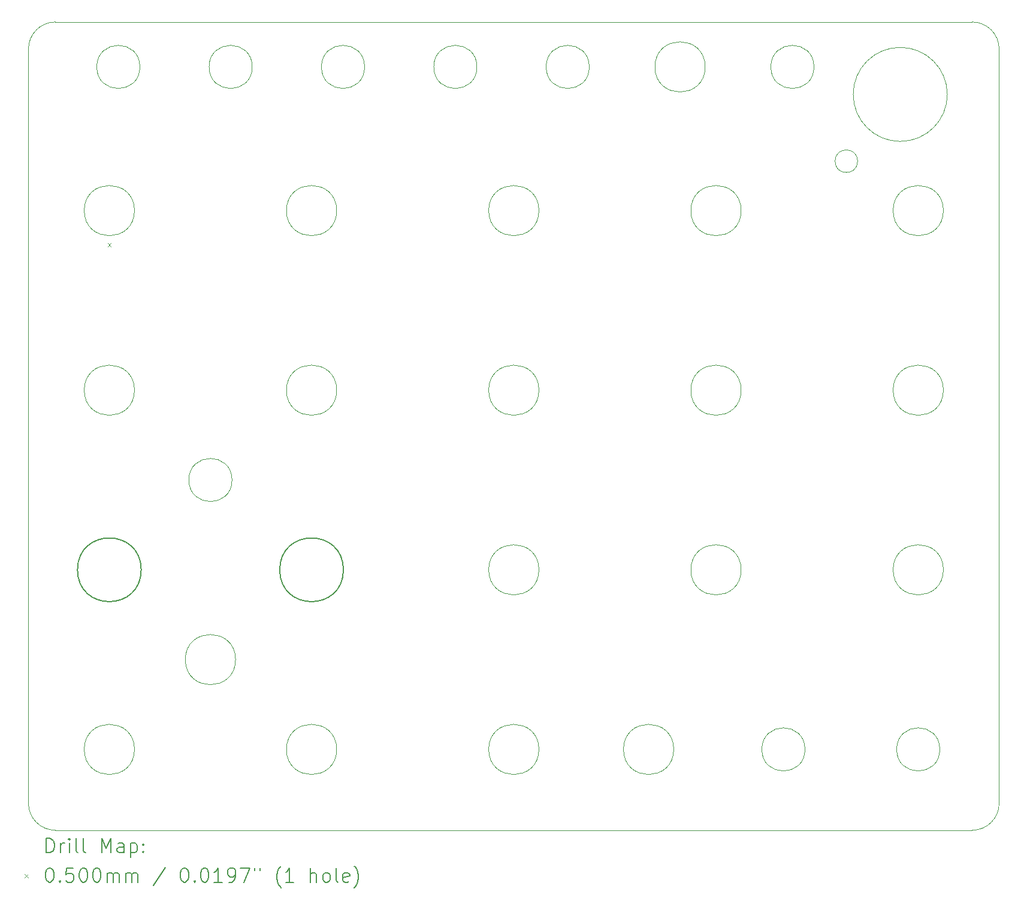
<source format=gbr>
%FSLAX45Y45*%
G04 Gerber Fmt 4.5, Leading zero omitted, Abs format (unit mm)*
G04 Created by KiCad (PCBNEW 6.0.5+dfsg-1~bpo11+1) date 2022-08-18 18:33:33*
%MOMM*%
%LPD*%
G01*
G04 APERTURE LIST*
%TA.AperFunction,Profile*%
%ADD10C,0.050000*%
%TD*%
%TA.AperFunction,Profile*%
%ADD11C,0.100000*%
%TD*%
%TA.AperFunction,Profile*%
%ADD12C,0.150000*%
%TD*%
%ADD13C,0.200000*%
%ADD14C,0.050000*%
G04 APERTURE END LIST*
D10*
X8737000Y-8128000D02*
G75*
G03*
X8737000Y-8128000I-355000J0D01*
G01*
X11594500Y-13208000D02*
G75*
G03*
X11594500Y-13208000I-355000J0D01*
G01*
X20167000Y-5588000D02*
G75*
G03*
X20167000Y-5588000I-355000J0D01*
G01*
X20223000Y-3944620D02*
G75*
G03*
X20223000Y-3944620I-665000J0D01*
G01*
X16801500Y-3556000D02*
G75*
G03*
X16801500Y-3556000I-355000J0D01*
G01*
X14452000Y-10668000D02*
G75*
G03*
X14452000Y-10668000I-355000J0D01*
G01*
D11*
X13576500Y-3556000D02*
G75*
G03*
X13576500Y-3556000I-305000J0D01*
G01*
D10*
X10115750Y-9398000D02*
G75*
G03*
X10115750Y-9398000I-305000J0D01*
G01*
X17309500Y-5588000D02*
G75*
G03*
X17309500Y-5588000I-355000J0D01*
G01*
D11*
X7239000Y-13970000D02*
G75*
G03*
X7620000Y-14351000I381000J0D01*
G01*
X15164000Y-3556000D02*
G75*
G03*
X15164000Y-3556000I-305000J0D01*
G01*
D10*
X20167000Y-8128000D02*
G75*
G03*
X20167000Y-8128000I-355000J0D01*
G01*
D11*
X20955000Y-3302000D02*
G75*
G03*
X20574000Y-2921000I-381000J0D01*
G01*
X11989000Y-3556000D02*
G75*
G03*
X11989000Y-3556000I-305000J0D01*
G01*
X10401500Y-3556000D02*
G75*
G03*
X10401500Y-3556000I-305000J0D01*
G01*
D10*
X14452000Y-5588000D02*
G75*
G03*
X14452000Y-5588000I-355000J0D01*
G01*
D11*
X7620000Y-2921000D02*
G75*
G03*
X7239000Y-3302000I0J-381000D01*
G01*
D10*
X11594500Y-5588000D02*
G75*
G03*
X11594500Y-5588000I-355000J0D01*
G01*
X17309500Y-8128000D02*
G75*
G03*
X17309500Y-8128000I-355000J0D01*
G01*
X16357000Y-13208000D02*
G75*
G03*
X16357000Y-13208000I-355000J0D01*
G01*
X20167000Y-10668000D02*
G75*
G03*
X20167000Y-10668000I-355000J0D01*
G01*
D11*
X10287000Y-14351000D02*
X17907000Y-14351000D01*
D10*
X17309500Y-10668000D02*
G75*
G03*
X17309500Y-10668000I-355000J0D01*
G01*
X20117000Y-13208000D02*
G75*
G03*
X20117000Y-13208000I-305000J0D01*
G01*
D11*
X7620000Y-14351000D02*
X10287000Y-14351000D01*
X18339000Y-3556000D02*
G75*
G03*
X18339000Y-3556000I-305000J0D01*
G01*
D10*
X18212000Y-13208000D02*
G75*
G03*
X18212000Y-13208000I-305000J0D01*
G01*
D12*
X11689500Y-10668000D02*
G75*
G03*
X11689500Y-10668000I-450000J0D01*
G01*
D11*
X7239000Y-13970000D02*
X7239000Y-3302000D01*
X20955000Y-3302000D02*
X20955000Y-13970000D01*
D12*
X8832000Y-10668000D02*
G75*
G03*
X8832000Y-10668000I-450000J0D01*
G01*
D10*
X11594500Y-8128000D02*
G75*
G03*
X11594500Y-8128000I-355000J0D01*
G01*
X8737000Y-13208000D02*
G75*
G03*
X8737000Y-13208000I-355000J0D01*
G01*
D11*
X8814000Y-3556000D02*
G75*
G03*
X8814000Y-3556000I-305000J0D01*
G01*
D10*
X8737000Y-5588000D02*
G75*
G03*
X8737000Y-5588000I-355000J0D01*
G01*
X14452000Y-8128000D02*
G75*
G03*
X14452000Y-8128000I-355000J0D01*
G01*
D11*
X20574000Y-14351000D02*
X17907000Y-14351000D01*
D10*
X14452000Y-13208000D02*
G75*
G03*
X14452000Y-13208000I-355000J0D01*
G01*
D11*
X7620000Y-2921000D02*
X20574000Y-2921000D01*
X20574000Y-14351000D02*
G75*
G03*
X20955000Y-13970000I0J381000D01*
G01*
D10*
X18956000Y-4889500D02*
G75*
G03*
X18956000Y-4889500I-160000J0D01*
G01*
X10165750Y-11938000D02*
G75*
G03*
X10165750Y-11938000I-355000J0D01*
G01*
D13*
D14*
X8357000Y-6045600D02*
X8407000Y-6095600D01*
X8407000Y-6045600D02*
X8357000Y-6095600D01*
D13*
X7491619Y-14666476D02*
X7491619Y-14466476D01*
X7539238Y-14466476D01*
X7567809Y-14476000D01*
X7586857Y-14495048D01*
X7596381Y-14514095D01*
X7605905Y-14552190D01*
X7605905Y-14580762D01*
X7596381Y-14618857D01*
X7586857Y-14637905D01*
X7567809Y-14656952D01*
X7539238Y-14666476D01*
X7491619Y-14666476D01*
X7691619Y-14666476D02*
X7691619Y-14533143D01*
X7691619Y-14571238D02*
X7701143Y-14552190D01*
X7710667Y-14542667D01*
X7729714Y-14533143D01*
X7748762Y-14533143D01*
X7815428Y-14666476D02*
X7815428Y-14533143D01*
X7815428Y-14466476D02*
X7805905Y-14476000D01*
X7815428Y-14485524D01*
X7824952Y-14476000D01*
X7815428Y-14466476D01*
X7815428Y-14485524D01*
X7939238Y-14666476D02*
X7920190Y-14656952D01*
X7910667Y-14637905D01*
X7910667Y-14466476D01*
X8044000Y-14666476D02*
X8024952Y-14656952D01*
X8015428Y-14637905D01*
X8015428Y-14466476D01*
X8272571Y-14666476D02*
X8272571Y-14466476D01*
X8339238Y-14609333D01*
X8405905Y-14466476D01*
X8405905Y-14666476D01*
X8586857Y-14666476D02*
X8586857Y-14561714D01*
X8577333Y-14542667D01*
X8558286Y-14533143D01*
X8520190Y-14533143D01*
X8501143Y-14542667D01*
X8586857Y-14656952D02*
X8567810Y-14666476D01*
X8520190Y-14666476D01*
X8501143Y-14656952D01*
X8491619Y-14637905D01*
X8491619Y-14618857D01*
X8501143Y-14599810D01*
X8520190Y-14590286D01*
X8567810Y-14590286D01*
X8586857Y-14580762D01*
X8682095Y-14533143D02*
X8682095Y-14733143D01*
X8682095Y-14542667D02*
X8701143Y-14533143D01*
X8739238Y-14533143D01*
X8758286Y-14542667D01*
X8767810Y-14552190D01*
X8777333Y-14571238D01*
X8777333Y-14628381D01*
X8767810Y-14647429D01*
X8758286Y-14656952D01*
X8739238Y-14666476D01*
X8701143Y-14666476D01*
X8682095Y-14656952D01*
X8863048Y-14647429D02*
X8872571Y-14656952D01*
X8863048Y-14666476D01*
X8853524Y-14656952D01*
X8863048Y-14647429D01*
X8863048Y-14666476D01*
X8863048Y-14542667D02*
X8872571Y-14552190D01*
X8863048Y-14561714D01*
X8853524Y-14552190D01*
X8863048Y-14542667D01*
X8863048Y-14561714D01*
D14*
X7184000Y-14971000D02*
X7234000Y-15021000D01*
X7234000Y-14971000D02*
X7184000Y-15021000D01*
D13*
X7529714Y-14886476D02*
X7548762Y-14886476D01*
X7567809Y-14896000D01*
X7577333Y-14905524D01*
X7586857Y-14924571D01*
X7596381Y-14962667D01*
X7596381Y-15010286D01*
X7586857Y-15048381D01*
X7577333Y-15067429D01*
X7567809Y-15076952D01*
X7548762Y-15086476D01*
X7529714Y-15086476D01*
X7510667Y-15076952D01*
X7501143Y-15067429D01*
X7491619Y-15048381D01*
X7482095Y-15010286D01*
X7482095Y-14962667D01*
X7491619Y-14924571D01*
X7501143Y-14905524D01*
X7510667Y-14896000D01*
X7529714Y-14886476D01*
X7682095Y-15067429D02*
X7691619Y-15076952D01*
X7682095Y-15086476D01*
X7672571Y-15076952D01*
X7682095Y-15067429D01*
X7682095Y-15086476D01*
X7872571Y-14886476D02*
X7777333Y-14886476D01*
X7767809Y-14981714D01*
X7777333Y-14972190D01*
X7796381Y-14962667D01*
X7844000Y-14962667D01*
X7863048Y-14972190D01*
X7872571Y-14981714D01*
X7882095Y-15000762D01*
X7882095Y-15048381D01*
X7872571Y-15067429D01*
X7863048Y-15076952D01*
X7844000Y-15086476D01*
X7796381Y-15086476D01*
X7777333Y-15076952D01*
X7767809Y-15067429D01*
X8005905Y-14886476D02*
X8024952Y-14886476D01*
X8044000Y-14896000D01*
X8053524Y-14905524D01*
X8063048Y-14924571D01*
X8072571Y-14962667D01*
X8072571Y-15010286D01*
X8063048Y-15048381D01*
X8053524Y-15067429D01*
X8044000Y-15076952D01*
X8024952Y-15086476D01*
X8005905Y-15086476D01*
X7986857Y-15076952D01*
X7977333Y-15067429D01*
X7967809Y-15048381D01*
X7958286Y-15010286D01*
X7958286Y-14962667D01*
X7967809Y-14924571D01*
X7977333Y-14905524D01*
X7986857Y-14896000D01*
X8005905Y-14886476D01*
X8196381Y-14886476D02*
X8215428Y-14886476D01*
X8234476Y-14896000D01*
X8244000Y-14905524D01*
X8253524Y-14924571D01*
X8263048Y-14962667D01*
X8263048Y-15010286D01*
X8253524Y-15048381D01*
X8244000Y-15067429D01*
X8234476Y-15076952D01*
X8215428Y-15086476D01*
X8196381Y-15086476D01*
X8177333Y-15076952D01*
X8167809Y-15067429D01*
X8158286Y-15048381D01*
X8148762Y-15010286D01*
X8148762Y-14962667D01*
X8158286Y-14924571D01*
X8167809Y-14905524D01*
X8177333Y-14896000D01*
X8196381Y-14886476D01*
X8348762Y-15086476D02*
X8348762Y-14953143D01*
X8348762Y-14972190D02*
X8358286Y-14962667D01*
X8377333Y-14953143D01*
X8405905Y-14953143D01*
X8424952Y-14962667D01*
X8434476Y-14981714D01*
X8434476Y-15086476D01*
X8434476Y-14981714D02*
X8444000Y-14962667D01*
X8463048Y-14953143D01*
X8491619Y-14953143D01*
X8510667Y-14962667D01*
X8520190Y-14981714D01*
X8520190Y-15086476D01*
X8615429Y-15086476D02*
X8615429Y-14953143D01*
X8615429Y-14972190D02*
X8624952Y-14962667D01*
X8644000Y-14953143D01*
X8672571Y-14953143D01*
X8691619Y-14962667D01*
X8701143Y-14981714D01*
X8701143Y-15086476D01*
X8701143Y-14981714D02*
X8710667Y-14962667D01*
X8729714Y-14953143D01*
X8758286Y-14953143D01*
X8777333Y-14962667D01*
X8786857Y-14981714D01*
X8786857Y-15086476D01*
X9177333Y-14876952D02*
X9005905Y-15134095D01*
X9434476Y-14886476D02*
X9453524Y-14886476D01*
X9472571Y-14896000D01*
X9482095Y-14905524D01*
X9491619Y-14924571D01*
X9501143Y-14962667D01*
X9501143Y-15010286D01*
X9491619Y-15048381D01*
X9482095Y-15067429D01*
X9472571Y-15076952D01*
X9453524Y-15086476D01*
X9434476Y-15086476D01*
X9415429Y-15076952D01*
X9405905Y-15067429D01*
X9396381Y-15048381D01*
X9386857Y-15010286D01*
X9386857Y-14962667D01*
X9396381Y-14924571D01*
X9405905Y-14905524D01*
X9415429Y-14896000D01*
X9434476Y-14886476D01*
X9586857Y-15067429D02*
X9596381Y-15076952D01*
X9586857Y-15086476D01*
X9577333Y-15076952D01*
X9586857Y-15067429D01*
X9586857Y-15086476D01*
X9720190Y-14886476D02*
X9739238Y-14886476D01*
X9758286Y-14896000D01*
X9767810Y-14905524D01*
X9777333Y-14924571D01*
X9786857Y-14962667D01*
X9786857Y-15010286D01*
X9777333Y-15048381D01*
X9767810Y-15067429D01*
X9758286Y-15076952D01*
X9739238Y-15086476D01*
X9720190Y-15086476D01*
X9701143Y-15076952D01*
X9691619Y-15067429D01*
X9682095Y-15048381D01*
X9672571Y-15010286D01*
X9672571Y-14962667D01*
X9682095Y-14924571D01*
X9691619Y-14905524D01*
X9701143Y-14896000D01*
X9720190Y-14886476D01*
X9977333Y-15086476D02*
X9863048Y-15086476D01*
X9920190Y-15086476D02*
X9920190Y-14886476D01*
X9901143Y-14915048D01*
X9882095Y-14934095D01*
X9863048Y-14943619D01*
X10072571Y-15086476D02*
X10110667Y-15086476D01*
X10129714Y-15076952D01*
X10139238Y-15067429D01*
X10158286Y-15038857D01*
X10167810Y-15000762D01*
X10167810Y-14924571D01*
X10158286Y-14905524D01*
X10148762Y-14896000D01*
X10129714Y-14886476D01*
X10091619Y-14886476D01*
X10072571Y-14896000D01*
X10063048Y-14905524D01*
X10053524Y-14924571D01*
X10053524Y-14972190D01*
X10063048Y-14991238D01*
X10072571Y-15000762D01*
X10091619Y-15010286D01*
X10129714Y-15010286D01*
X10148762Y-15000762D01*
X10158286Y-14991238D01*
X10167810Y-14972190D01*
X10234476Y-14886476D02*
X10367810Y-14886476D01*
X10282095Y-15086476D01*
X10434476Y-14886476D02*
X10434476Y-14924571D01*
X10510667Y-14886476D02*
X10510667Y-14924571D01*
X10805905Y-15162667D02*
X10796381Y-15153143D01*
X10777333Y-15124571D01*
X10767810Y-15105524D01*
X10758286Y-15076952D01*
X10748762Y-15029333D01*
X10748762Y-14991238D01*
X10758286Y-14943619D01*
X10767810Y-14915048D01*
X10777333Y-14896000D01*
X10796381Y-14867429D01*
X10805905Y-14857905D01*
X10986857Y-15086476D02*
X10872571Y-15086476D01*
X10929714Y-15086476D02*
X10929714Y-14886476D01*
X10910667Y-14915048D01*
X10891619Y-14934095D01*
X10872571Y-14943619D01*
X11224952Y-15086476D02*
X11224952Y-14886476D01*
X11310667Y-15086476D02*
X11310667Y-14981714D01*
X11301143Y-14962667D01*
X11282095Y-14953143D01*
X11253524Y-14953143D01*
X11234476Y-14962667D01*
X11224952Y-14972190D01*
X11434476Y-15086476D02*
X11415428Y-15076952D01*
X11405905Y-15067429D01*
X11396381Y-15048381D01*
X11396381Y-14991238D01*
X11405905Y-14972190D01*
X11415428Y-14962667D01*
X11434476Y-14953143D01*
X11463048Y-14953143D01*
X11482095Y-14962667D01*
X11491619Y-14972190D01*
X11501143Y-14991238D01*
X11501143Y-15048381D01*
X11491619Y-15067429D01*
X11482095Y-15076952D01*
X11463048Y-15086476D01*
X11434476Y-15086476D01*
X11615428Y-15086476D02*
X11596381Y-15076952D01*
X11586857Y-15057905D01*
X11586857Y-14886476D01*
X11767809Y-15076952D02*
X11748762Y-15086476D01*
X11710667Y-15086476D01*
X11691619Y-15076952D01*
X11682095Y-15057905D01*
X11682095Y-14981714D01*
X11691619Y-14962667D01*
X11710667Y-14953143D01*
X11748762Y-14953143D01*
X11767809Y-14962667D01*
X11777333Y-14981714D01*
X11777333Y-15000762D01*
X11682095Y-15019810D01*
X11844000Y-15162667D02*
X11853524Y-15153143D01*
X11872571Y-15124571D01*
X11882095Y-15105524D01*
X11891619Y-15076952D01*
X11901143Y-15029333D01*
X11901143Y-14991238D01*
X11891619Y-14943619D01*
X11882095Y-14915048D01*
X11872571Y-14896000D01*
X11853524Y-14867429D01*
X11844000Y-14857905D01*
M02*

</source>
